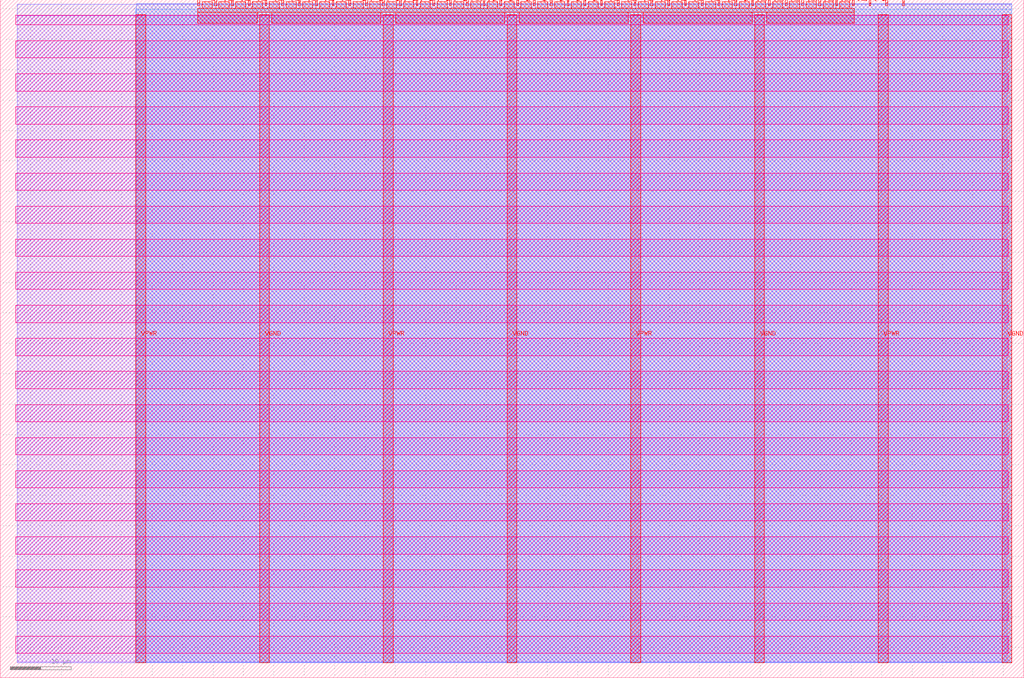
<source format=lef>
VERSION 5.7 ;
  NOWIREEXTENSIONATPIN ON ;
  DIVIDERCHAR "/" ;
  BUSBITCHARS "[]" ;
MACRO tt_um_wokwi_380416099936681985
  CLASS BLOCK ;
  FOREIGN tt_um_wokwi_380416099936681985 ;
  ORIGIN 0.000 0.000 ;
  SIZE 168.360 BY 111.520 ;
  PIN VGND
    DIRECTION INOUT ;
    USE GROUND ;
    PORT
      LAYER met4 ;
        RECT 42.670 2.480 44.270 109.040 ;
    END
    PORT
      LAYER met4 ;
        RECT 83.380 2.480 84.980 109.040 ;
    END
    PORT
      LAYER met4 ;
        RECT 124.090 2.480 125.690 109.040 ;
    END
    PORT
      LAYER met4 ;
        RECT 164.800 2.480 166.400 109.040 ;
    END
  END VGND
  PIN VPWR
    DIRECTION INOUT ;
    USE POWER ;
    PORT
      LAYER met4 ;
        RECT 22.315 2.480 23.915 109.040 ;
    END
    PORT
      LAYER met4 ;
        RECT 63.025 2.480 64.625 109.040 ;
    END
    PORT
      LAYER met4 ;
        RECT 103.735 2.480 105.335 109.040 ;
    END
    PORT
      LAYER met4 ;
        RECT 144.445 2.480 146.045 109.040 ;
    END
  END VPWR
  PIN clk
    DIRECTION INPUT ;
    USE SIGNAL ;
    PORT
      LAYER met4 ;
        RECT 145.670 110.520 145.970 111.520 ;
    END
  END clk
  PIN ena
    DIRECTION INPUT ;
    USE SIGNAL ;
    PORT
      LAYER met4 ;
        RECT 148.430 110.520 148.730 111.520 ;
    END
  END ena
  PIN rst_n
    DIRECTION INPUT ;
    USE SIGNAL ;
    PORT
      LAYER met4 ;
        RECT 142.910 110.520 143.210 111.520 ;
    END
  END rst_n
  PIN ui_in[0]
    DIRECTION INPUT ;
    USE SIGNAL ;
    ANTENNAGATEAREA 0.196500 ;
    PORT
      LAYER met4 ;
        RECT 140.150 110.520 140.450 111.520 ;
    END
  END ui_in[0]
  PIN ui_in[1]
    DIRECTION INPUT ;
    USE SIGNAL ;
    ANTENNAGATEAREA 0.196500 ;
    PORT
      LAYER met4 ;
        RECT 137.390 110.520 137.690 111.520 ;
    END
  END ui_in[1]
  PIN ui_in[2]
    DIRECTION INPUT ;
    USE SIGNAL ;
    ANTENNAGATEAREA 0.196500 ;
    PORT
      LAYER met4 ;
        RECT 134.630 110.520 134.930 111.520 ;
    END
  END ui_in[2]
  PIN ui_in[3]
    DIRECTION INPUT ;
    USE SIGNAL ;
    ANTENNAGATEAREA 0.196500 ;
    PORT
      LAYER met4 ;
        RECT 131.870 110.520 132.170 111.520 ;
    END
  END ui_in[3]
  PIN ui_in[4]
    DIRECTION INPUT ;
    USE SIGNAL ;
    ANTENNAGATEAREA 0.196500 ;
    PORT
      LAYER met4 ;
        RECT 129.110 110.520 129.410 111.520 ;
    END
  END ui_in[4]
  PIN ui_in[5]
    DIRECTION INPUT ;
    USE SIGNAL ;
    ANTENNAGATEAREA 0.196500 ;
    PORT
      LAYER met4 ;
        RECT 126.350 110.520 126.650 111.520 ;
    END
  END ui_in[5]
  PIN ui_in[6]
    DIRECTION INPUT ;
    USE SIGNAL ;
    ANTENNAGATEAREA 0.196500 ;
    PORT
      LAYER met4 ;
        RECT 123.590 110.520 123.890 111.520 ;
    END
  END ui_in[6]
  PIN ui_in[7]
    DIRECTION INPUT ;
    USE SIGNAL ;
    ANTENNAGATEAREA 0.196500 ;
    PORT
      LAYER met4 ;
        RECT 120.830 110.520 121.130 111.520 ;
    END
  END ui_in[7]
  PIN uio_in[0]
    DIRECTION INPUT ;
    USE SIGNAL ;
    PORT
      LAYER met4 ;
        RECT 118.070 110.520 118.370 111.520 ;
    END
  END uio_in[0]
  PIN uio_in[1]
    DIRECTION INPUT ;
    USE SIGNAL ;
    PORT
      LAYER met4 ;
        RECT 115.310 110.520 115.610 111.520 ;
    END
  END uio_in[1]
  PIN uio_in[2]
    DIRECTION INPUT ;
    USE SIGNAL ;
    PORT
      LAYER met4 ;
        RECT 112.550 110.520 112.850 111.520 ;
    END
  END uio_in[2]
  PIN uio_in[3]
    DIRECTION INPUT ;
    USE SIGNAL ;
    PORT
      LAYER met4 ;
        RECT 109.790 110.520 110.090 111.520 ;
    END
  END uio_in[3]
  PIN uio_in[4]
    DIRECTION INPUT ;
    USE SIGNAL ;
    PORT
      LAYER met4 ;
        RECT 107.030 110.520 107.330 111.520 ;
    END
  END uio_in[4]
  PIN uio_in[5]
    DIRECTION INPUT ;
    USE SIGNAL ;
    PORT
      LAYER met4 ;
        RECT 104.270 110.520 104.570 111.520 ;
    END
  END uio_in[5]
  PIN uio_in[6]
    DIRECTION INPUT ;
    USE SIGNAL ;
    PORT
      LAYER met4 ;
        RECT 101.510 110.520 101.810 111.520 ;
    END
  END uio_in[6]
  PIN uio_in[7]
    DIRECTION INPUT ;
    USE SIGNAL ;
    PORT
      LAYER met4 ;
        RECT 98.750 110.520 99.050 111.520 ;
    END
  END uio_in[7]
  PIN uio_oe[0]
    DIRECTION OUTPUT TRISTATE ;
    USE SIGNAL ;
    PORT
      LAYER met4 ;
        RECT 51.830 110.520 52.130 111.520 ;
    END
  END uio_oe[0]
  PIN uio_oe[1]
    DIRECTION OUTPUT TRISTATE ;
    USE SIGNAL ;
    PORT
      LAYER met4 ;
        RECT 49.070 110.520 49.370 111.520 ;
    END
  END uio_oe[1]
  PIN uio_oe[2]
    DIRECTION OUTPUT TRISTATE ;
    USE SIGNAL ;
    PORT
      LAYER met4 ;
        RECT 46.310 110.520 46.610 111.520 ;
    END
  END uio_oe[2]
  PIN uio_oe[3]
    DIRECTION OUTPUT TRISTATE ;
    USE SIGNAL ;
    PORT
      LAYER met4 ;
        RECT 43.550 110.520 43.850 111.520 ;
    END
  END uio_oe[3]
  PIN uio_oe[4]
    DIRECTION OUTPUT TRISTATE ;
    USE SIGNAL ;
    PORT
      LAYER met4 ;
        RECT 40.790 110.520 41.090 111.520 ;
    END
  END uio_oe[4]
  PIN uio_oe[5]
    DIRECTION OUTPUT TRISTATE ;
    USE SIGNAL ;
    PORT
      LAYER met4 ;
        RECT 38.030 110.520 38.330 111.520 ;
    END
  END uio_oe[5]
  PIN uio_oe[6]
    DIRECTION OUTPUT TRISTATE ;
    USE SIGNAL ;
    PORT
      LAYER met4 ;
        RECT 35.270 110.520 35.570 111.520 ;
    END
  END uio_oe[6]
  PIN uio_oe[7]
    DIRECTION OUTPUT TRISTATE ;
    USE SIGNAL ;
    PORT
      LAYER met4 ;
        RECT 32.510 110.520 32.810 111.520 ;
    END
  END uio_oe[7]
  PIN uio_out[0]
    DIRECTION OUTPUT TRISTATE ;
    USE SIGNAL ;
    PORT
      LAYER met4 ;
        RECT 73.910 110.520 74.210 111.520 ;
    END
  END uio_out[0]
  PIN uio_out[1]
    DIRECTION OUTPUT TRISTATE ;
    USE SIGNAL ;
    PORT
      LAYER met4 ;
        RECT 71.150 110.520 71.450 111.520 ;
    END
  END uio_out[1]
  PIN uio_out[2]
    DIRECTION OUTPUT TRISTATE ;
    USE SIGNAL ;
    PORT
      LAYER met4 ;
        RECT 68.390 110.520 68.690 111.520 ;
    END
  END uio_out[2]
  PIN uio_out[3]
    DIRECTION OUTPUT TRISTATE ;
    USE SIGNAL ;
    PORT
      LAYER met4 ;
        RECT 65.630 110.520 65.930 111.520 ;
    END
  END uio_out[3]
  PIN uio_out[4]
    DIRECTION OUTPUT TRISTATE ;
    USE SIGNAL ;
    PORT
      LAYER met4 ;
        RECT 62.870 110.520 63.170 111.520 ;
    END
  END uio_out[4]
  PIN uio_out[5]
    DIRECTION OUTPUT TRISTATE ;
    USE SIGNAL ;
    PORT
      LAYER met4 ;
        RECT 60.110 110.520 60.410 111.520 ;
    END
  END uio_out[5]
  PIN uio_out[6]
    DIRECTION OUTPUT TRISTATE ;
    USE SIGNAL ;
    PORT
      LAYER met4 ;
        RECT 57.350 110.520 57.650 111.520 ;
    END
  END uio_out[6]
  PIN uio_out[7]
    DIRECTION OUTPUT TRISTATE ;
    USE SIGNAL ;
    PORT
      LAYER met4 ;
        RECT 54.590 110.520 54.890 111.520 ;
    END
  END uio_out[7]
  PIN uo_out[0]
    DIRECTION OUTPUT TRISTATE ;
    USE SIGNAL ;
    ANTENNADIFFAREA 0.795200 ;
    PORT
      LAYER met4 ;
        RECT 95.990 110.520 96.290 111.520 ;
    END
  END uo_out[0]
  PIN uo_out[1]
    DIRECTION OUTPUT TRISTATE ;
    USE SIGNAL ;
    ANTENNADIFFAREA 0.795200 ;
    PORT
      LAYER met4 ;
        RECT 93.230 110.520 93.530 111.520 ;
    END
  END uo_out[1]
  PIN uo_out[2]
    DIRECTION OUTPUT TRISTATE ;
    USE SIGNAL ;
    ANTENNADIFFAREA 0.445500 ;
    PORT
      LAYER met4 ;
        RECT 90.470 110.520 90.770 111.520 ;
    END
  END uo_out[2]
  PIN uo_out[3]
    DIRECTION OUTPUT TRISTATE ;
    USE SIGNAL ;
    ANTENNADIFFAREA 0.795200 ;
    PORT
      LAYER met4 ;
        RECT 87.710 110.520 88.010 111.520 ;
    END
  END uo_out[3]
  PIN uo_out[4]
    DIRECTION OUTPUT TRISTATE ;
    USE SIGNAL ;
    ANTENNADIFFAREA 0.445500 ;
    PORT
      LAYER met4 ;
        RECT 84.950 110.520 85.250 111.520 ;
    END
  END uo_out[4]
  PIN uo_out[5]
    DIRECTION OUTPUT TRISTATE ;
    USE SIGNAL ;
    ANTENNADIFFAREA 0.795200 ;
    PORT
      LAYER met4 ;
        RECT 82.190 110.520 82.490 111.520 ;
    END
  END uo_out[5]
  PIN uo_out[6]
    DIRECTION OUTPUT TRISTATE ;
    USE SIGNAL ;
    ANTENNADIFFAREA 0.795200 ;
    PORT
      LAYER met4 ;
        RECT 79.430 110.520 79.730 111.520 ;
    END
  END uo_out[6]
  PIN uo_out[7]
    DIRECTION OUTPUT TRISTATE ;
    USE SIGNAL ;
    ANTENNADIFFAREA 0.795200 ;
    PORT
      LAYER met4 ;
        RECT 76.670 110.520 76.970 111.520 ;
    END
  END uo_out[7]
  OBS
      LAYER nwell ;
        RECT 2.570 107.385 165.790 108.990 ;
        RECT 2.570 101.945 165.790 104.775 ;
        RECT 2.570 96.505 165.790 99.335 ;
        RECT 2.570 91.065 165.790 93.895 ;
        RECT 2.570 85.625 165.790 88.455 ;
        RECT 2.570 80.185 165.790 83.015 ;
        RECT 2.570 74.745 165.790 77.575 ;
        RECT 2.570 69.305 165.790 72.135 ;
        RECT 2.570 63.865 165.790 66.695 ;
        RECT 2.570 58.425 165.790 61.255 ;
        RECT 2.570 52.985 165.790 55.815 ;
        RECT 2.570 47.545 165.790 50.375 ;
        RECT 2.570 42.105 165.790 44.935 ;
        RECT 2.570 36.665 165.790 39.495 ;
        RECT 2.570 31.225 165.790 34.055 ;
        RECT 2.570 25.785 165.790 28.615 ;
        RECT 2.570 20.345 165.790 23.175 ;
        RECT 2.570 14.905 165.790 17.735 ;
        RECT 2.570 9.465 165.790 12.295 ;
        RECT 2.570 4.025 165.790 6.855 ;
      LAYER li1 ;
        RECT 2.760 2.635 165.600 108.885 ;
      LAYER met1 ;
        RECT 2.760 2.480 166.400 110.800 ;
      LAYER met2 ;
        RECT 22.345 2.535 166.370 110.830 ;
      LAYER met3 ;
        RECT 22.325 2.555 166.390 109.985 ;
      LAYER met4 ;
        RECT 33.210 110.120 34.870 111.170 ;
        RECT 35.970 110.120 37.630 111.170 ;
        RECT 38.730 110.120 40.390 111.170 ;
        RECT 41.490 110.120 43.150 111.170 ;
        RECT 44.250 110.120 45.910 111.170 ;
        RECT 47.010 110.120 48.670 111.170 ;
        RECT 49.770 110.120 51.430 111.170 ;
        RECT 52.530 110.120 54.190 111.170 ;
        RECT 55.290 110.120 56.950 111.170 ;
        RECT 58.050 110.120 59.710 111.170 ;
        RECT 60.810 110.120 62.470 111.170 ;
        RECT 63.570 110.120 65.230 111.170 ;
        RECT 66.330 110.120 67.990 111.170 ;
        RECT 69.090 110.120 70.750 111.170 ;
        RECT 71.850 110.120 73.510 111.170 ;
        RECT 74.610 110.120 76.270 111.170 ;
        RECT 77.370 110.120 79.030 111.170 ;
        RECT 80.130 110.120 81.790 111.170 ;
        RECT 82.890 110.120 84.550 111.170 ;
        RECT 85.650 110.120 87.310 111.170 ;
        RECT 88.410 110.120 90.070 111.170 ;
        RECT 91.170 110.120 92.830 111.170 ;
        RECT 93.930 110.120 95.590 111.170 ;
        RECT 96.690 110.120 98.350 111.170 ;
        RECT 99.450 110.120 101.110 111.170 ;
        RECT 102.210 110.120 103.870 111.170 ;
        RECT 104.970 110.120 106.630 111.170 ;
        RECT 107.730 110.120 109.390 111.170 ;
        RECT 110.490 110.120 112.150 111.170 ;
        RECT 113.250 110.120 114.910 111.170 ;
        RECT 116.010 110.120 117.670 111.170 ;
        RECT 118.770 110.120 120.430 111.170 ;
        RECT 121.530 110.120 123.190 111.170 ;
        RECT 124.290 110.120 125.950 111.170 ;
        RECT 127.050 110.120 128.710 111.170 ;
        RECT 129.810 110.120 131.470 111.170 ;
        RECT 132.570 110.120 134.230 111.170 ;
        RECT 135.330 110.120 136.990 111.170 ;
        RECT 138.090 110.120 139.750 111.170 ;
        RECT 32.495 109.440 140.465 110.120 ;
        RECT 32.495 107.615 42.270 109.440 ;
        RECT 44.670 107.615 62.625 109.440 ;
        RECT 65.025 107.615 82.980 109.440 ;
        RECT 85.380 107.615 103.335 109.440 ;
        RECT 105.735 107.615 123.690 109.440 ;
        RECT 126.090 107.615 140.465 109.440 ;
  END
END tt_um_wokwi_380416099936681985
END LIBRARY


</source>
